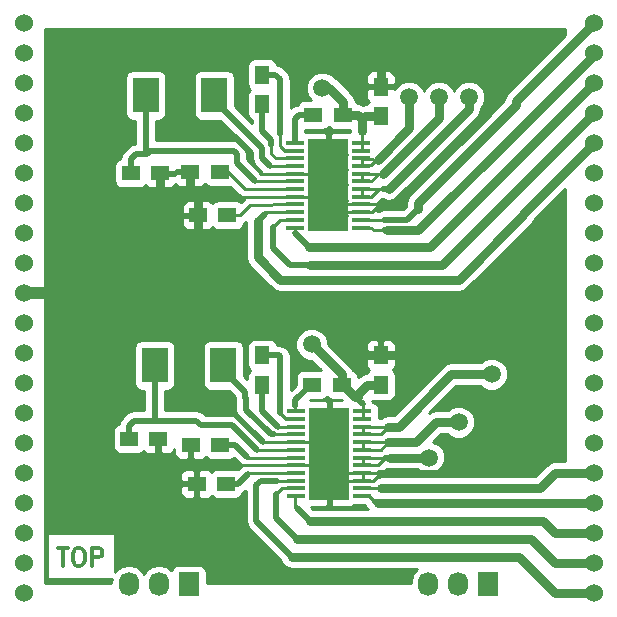
<source format=gtl>
G04 #@! TF.FileFunction,Copper,L1,Top,Signal*
%FSLAX46Y46*%
G04 Gerber Fmt 4.6, Leading zero omitted, Abs format (unit mm)*
G04 Created by KiCad (PCBNEW 4.0.2-stable) date Mon 01 Aug 2016 12:05:57 PM CEST*
%MOMM*%
G01*
G04 APERTURE LIST*
%ADD10C,0.100000*%
%ADD11C,0.300000*%
%ADD12R,1.500000X1.250000*%
%ADD13R,1.250000X1.500000*%
%ADD14R,2.200000X3.000000*%
%ADD15R,1.600000X0.300000*%
%ADD16R,3.400000X7.800000*%
%ADD17C,1.524000*%
%ADD18R,1.727200X2.032000*%
%ADD19O,1.727200X2.032000*%
%ADD20C,0.800000*%
%ADD21C,1.500000*%
%ADD22C,0.260000*%
%ADD23C,1.000000*%
%ADD24C,0.500000*%
%ADD25C,0.750000*%
%ADD26C,0.254000*%
G04 APERTURE END LIST*
D10*
D11*
X125434714Y-127233571D02*
X126291857Y-127233571D01*
X125863286Y-128733571D02*
X125863286Y-127233571D01*
X127077571Y-127233571D02*
X127363285Y-127233571D01*
X127506143Y-127305000D01*
X127649000Y-127447857D01*
X127720428Y-127733571D01*
X127720428Y-128233571D01*
X127649000Y-128519286D01*
X127506143Y-128662143D01*
X127363285Y-128733571D01*
X127077571Y-128733571D01*
X126934714Y-128662143D01*
X126791857Y-128519286D01*
X126720428Y-128233571D01*
X126720428Y-127733571D01*
X126791857Y-127447857D01*
X126934714Y-127305000D01*
X127077571Y-127233571D01*
X128363286Y-128733571D02*
X128363286Y-127233571D01*
X128934714Y-127233571D01*
X129077572Y-127305000D01*
X129149000Y-127376429D01*
X129220429Y-127519286D01*
X129220429Y-127733571D01*
X129149000Y-127876429D01*
X129077572Y-127947857D01*
X128934714Y-128019286D01*
X128363286Y-128019286D01*
D12*
X149586000Y-90551000D03*
X147086000Y-90551000D03*
D13*
X152781000Y-90678000D03*
X152781000Y-88178000D03*
X142748000Y-89662000D03*
X142748000Y-87162000D03*
D12*
X134112000Y-95504000D03*
X131612000Y-95504000D03*
X139152000Y-95377000D03*
X136652000Y-95377000D03*
X139807000Y-99060000D03*
X137307000Y-99060000D03*
X149479000Y-113411000D03*
X146979000Y-113411000D03*
D13*
X152781000Y-113411000D03*
X152781000Y-110911000D03*
X142748000Y-113411000D03*
X142748000Y-110911000D03*
D12*
X133965000Y-117983000D03*
X131465000Y-117983000D03*
X139192000Y-118491000D03*
X136692000Y-118491000D03*
X139700000Y-121793000D03*
X137200000Y-121793000D03*
D14*
X138684000Y-88900000D03*
X132884000Y-88900000D03*
X139446000Y-111760000D03*
X133646000Y-111760000D03*
D15*
X145607000Y-115667000D03*
X151207000Y-122817000D03*
X145607000Y-116317000D03*
X145607000Y-116967000D03*
X145607000Y-117617000D03*
X145607000Y-118267000D03*
X145607000Y-118917000D03*
X145607000Y-119567000D03*
X145607000Y-120217000D03*
X145607000Y-120867000D03*
X145607000Y-121517000D03*
X145607000Y-122167000D03*
X145607000Y-122817000D03*
X151207000Y-122167000D03*
X151207000Y-121517000D03*
X151207000Y-120867000D03*
X151207000Y-120217000D03*
X151207000Y-119567000D03*
X151207000Y-118917000D03*
X151207000Y-118267000D03*
X151207000Y-117617000D03*
X151207000Y-116967000D03*
X151207000Y-116317000D03*
X151207000Y-115667000D03*
D16*
X148407000Y-119242000D03*
D15*
X145536000Y-92945000D03*
X151136000Y-100095000D03*
X145536000Y-93595000D03*
X145536000Y-94245000D03*
X145536000Y-94895000D03*
X145536000Y-95545000D03*
X145536000Y-96195000D03*
X145536000Y-96845000D03*
X145536000Y-97495000D03*
X145536000Y-98145000D03*
X145536000Y-98795000D03*
X145536000Y-99445000D03*
X145536000Y-100095000D03*
X151136000Y-99445000D03*
X151136000Y-98795000D03*
X151136000Y-98145000D03*
X151136000Y-97495000D03*
X151136000Y-96845000D03*
X151136000Y-96195000D03*
X151136000Y-95545000D03*
X151136000Y-94895000D03*
X151136000Y-94245000D03*
X151136000Y-93595000D03*
X151136000Y-92945000D03*
D16*
X148336000Y-96520000D03*
D17*
X122555000Y-82804000D03*
X122555000Y-85344000D03*
X122555000Y-87884000D03*
X122555000Y-90424000D03*
X122555000Y-92964000D03*
X122555000Y-95504000D03*
X122555000Y-98044000D03*
X122555000Y-100584000D03*
X122555000Y-103124000D03*
X122555000Y-105664000D03*
X122555000Y-108204000D03*
X122555000Y-110744000D03*
X122555000Y-113284000D03*
X122555000Y-115824000D03*
X122555000Y-118364000D03*
X122555000Y-120904000D03*
X122555000Y-123444000D03*
X122555000Y-125984000D03*
X122555000Y-128524000D03*
X122555000Y-131064000D03*
X170815000Y-131064000D03*
X170815000Y-128524000D03*
X170815000Y-125984000D03*
X170815000Y-123444000D03*
X170815000Y-120904000D03*
X170815000Y-118364000D03*
X170815000Y-115824000D03*
X170815000Y-113284000D03*
X170815000Y-110744000D03*
X170815000Y-108204000D03*
X170815000Y-105664000D03*
X170815000Y-103124000D03*
X170815000Y-100584000D03*
X170815000Y-98044000D03*
X170815000Y-95504000D03*
X170815000Y-92964000D03*
X170815000Y-90424000D03*
X170815000Y-87884000D03*
X170815000Y-85344000D03*
X170815000Y-82804000D03*
D18*
X136539000Y-130305000D03*
D19*
X133999000Y-130305000D03*
X131459000Y-130305000D03*
D18*
X161899000Y-130305000D03*
D19*
X159359000Y-130305000D03*
X156819000Y-130305000D03*
D20*
X149639000Y-99120000D03*
X148336000Y-99120000D03*
X147039000Y-99125000D03*
X149639000Y-97820000D03*
X148336000Y-97820000D03*
X147039000Y-97825000D03*
X147039000Y-93925000D03*
X148336000Y-93920000D03*
X149639000Y-93920000D03*
X147039000Y-95225000D03*
X148336000Y-95220000D03*
X149639000Y-95220000D03*
X147039000Y-96525000D03*
X149639000Y-96520000D03*
X147099000Y-121855000D03*
X148407000Y-121842000D03*
X149699000Y-121855000D03*
X147099000Y-120555000D03*
X148407000Y-120542000D03*
X149699000Y-120555000D03*
X147099000Y-116655000D03*
X148407000Y-116642000D03*
X149699000Y-116655000D03*
X147099000Y-117955000D03*
X148407000Y-117942000D03*
X149699000Y-117955000D03*
X147099000Y-119255000D03*
X149699000Y-119255000D03*
X148336000Y-96520000D03*
X148407000Y-119242000D03*
D21*
X128778000Y-105664000D03*
X147828000Y-88265000D03*
X146939000Y-109982000D03*
X160274000Y-89027000D03*
X157734000Y-89027000D03*
X155194000Y-89027001D03*
X162179000Y-112522000D03*
X159385000Y-116586000D03*
X156845000Y-119567000D03*
D22*
X151207000Y-121517000D02*
X149461000Y-121517000D01*
X149461000Y-121517000D02*
X148407000Y-120463000D01*
X148407000Y-120463000D02*
X148407000Y-119242000D01*
X151207000Y-120867000D02*
X150032000Y-120867000D01*
X150032000Y-120867000D02*
X148407000Y-119242000D01*
X145607000Y-120217000D02*
X147432000Y-120217000D01*
X147432000Y-120217000D02*
X148407000Y-119242000D01*
X145607000Y-118267000D02*
X147432000Y-118267000D01*
X147432000Y-118267000D02*
X148407000Y-119242000D01*
X145536000Y-95545000D02*
X147361000Y-95545000D01*
X147361000Y-95545000D02*
X148336000Y-96520000D01*
X151136000Y-98795000D02*
X149339000Y-98795000D01*
X149339000Y-98795000D02*
X148336000Y-97792000D01*
X148336000Y-97792000D02*
X148336000Y-96520000D01*
X151136000Y-98145000D02*
X149961000Y-98145000D01*
X149961000Y-98145000D02*
X148336000Y-96520000D01*
X145536000Y-97495000D02*
X147361000Y-97495000D01*
X147361000Y-97495000D02*
X148336000Y-96520000D01*
D23*
X122555000Y-105664000D02*
X126540000Y-105664000D01*
D22*
X151186000Y-98795000D02*
X152030000Y-98795000D01*
X152030000Y-98795000D02*
X152105001Y-98719999D01*
X151186000Y-98145000D02*
X152628000Y-98145000D01*
X152628000Y-98145000D02*
X152654000Y-98171000D01*
D24*
X161863999Y-88203999D02*
X159385000Y-85725000D01*
D25*
X161863999Y-90358001D02*
X161863999Y-88203999D01*
X154940000Y-97282000D02*
X161863999Y-90358001D01*
D24*
X137200000Y-121793000D02*
X137200000Y-120668000D01*
X137200000Y-120668000D02*
X136749000Y-120217000D01*
X136749000Y-120217000D02*
X136652000Y-120217000D01*
X140843000Y-120217000D02*
X137795000Y-120217000D01*
X137795000Y-120217000D02*
X137160000Y-120217000D01*
D25*
X136652000Y-120217000D02*
X137160000Y-120217000D01*
X133604000Y-120217000D02*
X136652000Y-120217000D01*
D24*
X136652000Y-120217000D02*
X136692000Y-120177000D01*
X136692000Y-120177000D02*
X136692000Y-118491000D01*
D25*
X133604000Y-120217000D02*
X134187000Y-120217000D01*
X129488000Y-120217000D02*
X133604000Y-120217000D01*
X164465000Y-114935000D02*
X164465000Y-111887000D01*
D24*
X163576000Y-110998000D02*
X164211000Y-111633000D01*
X164211000Y-111633000D02*
X164465000Y-111887000D01*
D25*
X163362000Y-110911000D02*
X163489000Y-110911000D01*
X163489000Y-110911000D02*
X164211000Y-111633000D01*
X152781000Y-110911000D02*
X163362000Y-110911000D01*
X151656000Y-110911000D02*
X152781000Y-110911000D01*
X148695000Y-107950000D02*
X151656000Y-110911000D01*
X137327000Y-107950000D02*
X148695000Y-107950000D01*
D22*
X140462000Y-97409000D02*
X140548000Y-97495000D01*
X140548000Y-97495000D02*
X145486000Y-97495000D01*
D24*
X137160000Y-97368000D02*
X140462000Y-97368000D01*
D25*
X134112000Y-97368000D02*
X136652000Y-97368000D01*
X136652000Y-97368000D02*
X137160000Y-97368000D01*
X136652000Y-95377000D02*
X136652000Y-97368000D01*
X137160000Y-97368000D02*
X137307000Y-97515000D01*
X137307000Y-99060000D02*
X137307000Y-97515000D01*
X137307000Y-97515000D02*
X137287000Y-97495000D01*
X134112000Y-97368000D02*
X134112000Y-95504000D01*
X129413000Y-102067000D02*
X134112000Y-97368000D01*
X137307000Y-99060000D02*
X137307000Y-107930000D01*
D24*
X164465000Y-114935000D02*
X158533000Y-120867000D01*
X158533000Y-120867000D02*
X153961000Y-120867000D01*
X153961000Y-120867000D02*
X152661000Y-120867000D01*
D22*
X141605000Y-94232590D02*
X141605000Y-94488000D01*
X141605000Y-94488000D02*
X142662000Y-95545000D01*
X142662000Y-95545000D02*
X145486000Y-95545000D01*
D25*
X135763000Y-85725000D02*
X137033000Y-84455000D01*
X137033000Y-84455000D02*
X151511000Y-84455000D01*
X151511000Y-84455000D02*
X152781000Y-85725000D01*
D24*
X140081000Y-92329000D02*
X140335000Y-92329000D01*
D25*
X135763000Y-92329000D02*
X140081000Y-92329000D01*
X129921000Y-85725000D02*
X135763000Y-85725000D01*
X135763000Y-92329000D02*
X135763000Y-85725000D01*
X152781000Y-85725000D02*
X152781000Y-88178000D01*
D24*
X159385000Y-85725000D02*
X153035000Y-85725000D01*
D25*
X152781000Y-85725000D02*
X159385000Y-85725000D01*
D24*
X153035000Y-85725000D02*
X152781000Y-85979000D01*
D25*
X128778000Y-102616000D02*
X128778000Y-86868000D01*
X128778000Y-86868000D02*
X129921000Y-85725000D01*
X129413000Y-102067000D02*
X128778000Y-102702000D01*
X128778000Y-102702000D02*
X128778000Y-105664000D01*
D24*
X138176000Y-114681000D02*
X136525000Y-113030000D01*
X136525000Y-113030000D02*
X136525000Y-108752000D01*
X136525000Y-108752000D02*
X137327000Y-107950000D01*
X137327000Y-107950000D02*
X137307000Y-107930000D01*
X137307000Y-107930000D02*
X137287000Y-107950000D01*
D22*
X152654000Y-98171000D02*
X152781000Y-98171000D01*
X152781000Y-98171000D02*
X152731999Y-98220001D01*
X152654000Y-98171000D02*
X152105001Y-98719999D01*
D24*
X154051000Y-98171000D02*
X152654000Y-98171000D01*
D25*
X154305000Y-97917000D02*
X154051000Y-98171000D01*
X154940000Y-97282000D02*
X154305000Y-97917000D01*
X128778000Y-119507000D02*
X129488000Y-120217000D01*
X128778000Y-105664000D02*
X128778000Y-119507000D01*
D24*
X163362000Y-110911000D02*
X163449000Y-110998000D01*
D22*
X151257000Y-121517000D02*
X152168000Y-121517000D01*
X152168000Y-121517000D02*
X152661000Y-121024000D01*
X152661000Y-121024000D02*
X152661000Y-120867000D01*
X151257000Y-120867000D02*
X151257000Y-121517000D01*
X151257000Y-120867000D02*
X152661000Y-120867000D01*
X154940000Y-97282000D02*
X155194000Y-97028000D01*
D24*
X138176000Y-114681000D02*
X139192000Y-114681000D01*
D22*
X145557000Y-118267000D02*
X142778000Y-118267000D01*
D24*
X142778000Y-118267000D02*
X139192000Y-114681000D01*
D22*
X139192000Y-114681000D02*
X138303000Y-114681000D01*
D24*
X138176000Y-114681000D02*
X138303000Y-114681000D01*
X140335000Y-92329000D02*
X141605000Y-93599000D01*
X141605000Y-93599000D02*
X141605000Y-94232590D01*
D22*
X134239000Y-97495000D02*
X134071000Y-97495000D01*
X134112000Y-97368000D02*
X134239000Y-97495000D01*
X137287000Y-97495000D02*
X137160000Y-97495000D01*
X137160000Y-97495000D02*
X137033000Y-97495000D01*
X137307000Y-99060000D02*
X137307000Y-98185000D01*
D24*
X133965000Y-119995000D02*
X134187000Y-120217000D01*
X133965000Y-117983000D02*
X133965000Y-119995000D01*
D22*
X145557000Y-120217000D02*
X140843000Y-120217000D01*
D24*
X145486000Y-91948000D02*
X145486000Y-92744999D01*
D22*
X145486000Y-92945000D02*
X145486000Y-91948000D01*
D24*
X147086000Y-90551000D02*
X145836000Y-90551000D01*
X145836000Y-90551000D02*
X145486000Y-90901000D01*
X145486000Y-90901000D02*
X145486000Y-91948000D01*
D22*
X144145000Y-94244990D02*
X144653000Y-94244990D01*
X143901990Y-94244990D02*
X144145000Y-94244990D01*
X144145000Y-94244990D02*
X144145010Y-94245000D01*
X144145010Y-94245000D02*
X145486000Y-94245000D01*
X143496990Y-93091000D02*
X143496990Y-93839990D01*
X143496990Y-93839990D02*
X143901990Y-94244990D01*
D24*
X143496990Y-92699796D02*
X143496990Y-93091000D01*
X142748000Y-89662000D02*
X142748000Y-91950806D01*
X142748000Y-91950806D02*
X143496990Y-92699796D01*
X144272000Y-87561000D02*
X144272000Y-88958000D01*
D22*
X144272000Y-93181000D02*
X144272000Y-92202000D01*
D24*
X144272000Y-88958000D02*
X144272000Y-92202000D01*
X142748000Y-87162000D02*
X143873000Y-87162000D01*
X143873000Y-87162000D02*
X144272000Y-87561000D01*
X144272000Y-88958000D02*
X144272000Y-89154000D01*
D22*
X145486000Y-93595000D02*
X144686000Y-93595000D01*
X144686000Y-93595000D02*
X144272000Y-93181000D01*
X145486000Y-96845000D02*
X141295000Y-96845000D01*
X141295000Y-96845000D02*
X139827000Y-95377000D01*
X139827000Y-95377000D02*
X139152000Y-95377000D01*
X138684000Y-88900000D02*
X138684000Y-89300000D01*
D24*
X138684000Y-89300000D02*
X142748000Y-93364000D01*
X142748000Y-93364000D02*
X142748000Y-94234000D01*
X142748000Y-94234000D02*
X143409000Y-94895000D01*
D22*
X143409000Y-94895000D02*
X145486000Y-94895000D01*
X138684000Y-89408000D02*
X138684000Y-88900000D01*
D25*
X170815000Y-92964000D02*
X164846000Y-98933000D01*
X164846000Y-98933000D02*
X164846000Y-99060000D01*
D24*
X170815000Y-92964000D02*
X170815000Y-93091000D01*
D25*
X159385000Y-104521000D02*
X164346001Y-99559999D01*
X144272000Y-104521000D02*
X159385000Y-104521000D01*
X164346001Y-99559999D02*
X164846000Y-99060000D01*
X142367000Y-99568000D02*
X142367000Y-102616000D01*
D24*
X143002000Y-98933000D02*
X142367000Y-99568000D01*
D25*
X142367000Y-102616000D02*
X144272000Y-104521000D01*
D22*
X145486000Y-98795000D02*
X143140000Y-98795000D01*
X143140000Y-98795000D02*
X143002000Y-98933000D01*
D24*
X143637000Y-100076000D02*
X143637000Y-101793000D01*
X143637000Y-101793000D02*
X145095000Y-103251000D01*
X145095000Y-103251000D02*
X146812000Y-103251000D01*
D25*
X164718996Y-96520000D02*
X170814996Y-90424000D01*
X170814996Y-90424000D02*
X170815000Y-90424000D01*
X164218997Y-97019999D02*
X164718996Y-96520000D01*
X157987996Y-103251000D02*
X164218997Y-97019999D01*
X146812000Y-103251000D02*
X157987996Y-103251000D01*
D22*
X145486000Y-99445000D02*
X144268000Y-99445000D01*
X144268000Y-99445000D02*
X143637000Y-100076000D01*
X151257000Y-115667000D02*
X151257000Y-115064000D01*
X151186000Y-92945000D02*
X151186000Y-91948000D01*
D25*
X151186000Y-90901000D02*
X151409000Y-90678000D01*
X151409000Y-90678000D02*
X152781000Y-90678000D01*
D24*
X151257000Y-115064000D02*
X150620000Y-114427000D01*
D25*
X147955000Y-110998000D02*
X146939000Y-109982000D01*
X149479000Y-113411000D02*
X149479000Y-112522000D01*
X149479000Y-112522000D02*
X147955000Y-110998000D01*
D24*
X148425000Y-88265000D02*
X147828000Y-88265000D01*
D25*
X149586000Y-90551000D02*
X149586000Y-89426000D01*
X149586000Y-89426000D02*
X148425000Y-88265000D01*
D22*
X151186000Y-93595000D02*
X151186000Y-92945000D01*
X149479000Y-113411000D02*
X149479000Y-112536000D01*
X151257000Y-116317000D02*
X151257000Y-115667000D01*
X150874000Y-114681000D02*
X150620000Y-114427000D01*
D24*
X149479000Y-113411000D02*
X149604000Y-113411000D01*
D25*
X149604000Y-113411000D02*
X150620000Y-114427000D01*
X152781000Y-113411000D02*
X151656000Y-113411000D01*
X151656000Y-113411000D02*
X150874000Y-114193000D01*
X150874000Y-114193000D02*
X150874000Y-114443000D01*
D22*
X151257000Y-115064000D02*
X150874000Y-114681000D01*
X150874000Y-114443000D02*
X150874000Y-114681000D01*
D25*
X149586000Y-90551000D02*
X150836000Y-90551000D01*
X150836000Y-90551000D02*
X151186000Y-90901000D01*
X151186000Y-90901000D02*
X151186000Y-91948000D01*
D22*
X145486000Y-96195000D02*
X142169000Y-96195000D01*
D24*
X142169000Y-96195000D02*
X140589000Y-94615000D01*
X140589000Y-94615000D02*
X140589000Y-93853000D01*
X140589000Y-93853000D02*
X140335000Y-93599000D01*
X140335000Y-93599000D02*
X133223000Y-93599000D01*
X133223000Y-93599000D02*
X132969000Y-93853000D01*
X131612000Y-94321000D02*
X131612000Y-95504000D01*
X132080000Y-93853000D02*
X131612000Y-94321000D01*
X132080000Y-93853000D02*
X132969000Y-93853000D01*
X132969000Y-93853000D02*
X132884000Y-93768000D01*
X132884000Y-93768000D02*
X132884000Y-88900000D01*
D22*
X139807000Y-99060000D02*
X140855337Y-99060000D01*
X140855337Y-99060000D02*
X141732000Y-98183337D01*
X145486000Y-98145000D02*
X141732000Y-98183337D01*
D24*
X139807000Y-99060000D02*
X139807000Y-98927000D01*
D22*
X145557000Y-115667000D02*
X145557000Y-115189000D01*
D24*
X145557000Y-114708000D02*
X145557000Y-115189000D01*
X146979000Y-113411000D02*
X146854000Y-113411000D01*
X146854000Y-113411000D02*
X145557000Y-114708000D01*
X142748000Y-115661000D02*
X142748000Y-114935000D01*
X142748000Y-114935000D02*
X142748000Y-114661000D01*
X142748000Y-113411000D02*
X142748000Y-114411000D01*
X142748000Y-114411000D02*
X142748000Y-114935000D01*
D22*
X145557000Y-116967000D02*
X144054000Y-116967000D01*
D24*
X144054000Y-116967000D02*
X142748000Y-115661000D01*
X144272000Y-115832000D02*
X144272000Y-110998000D01*
X144272000Y-110998000D02*
X144185000Y-110911000D01*
X144185000Y-110911000D02*
X142748000Y-110911000D01*
D22*
X145557000Y-116317000D02*
X144757000Y-116317000D01*
X144757000Y-116317000D02*
X144272000Y-115832000D01*
D24*
X133604000Y-116459000D02*
X133646000Y-116417000D01*
X133646000Y-116417000D02*
X133646000Y-111760000D01*
X131465000Y-117983000D02*
X131465000Y-116858000D01*
X131864000Y-116459000D02*
X133114000Y-116459000D01*
X131465000Y-116858000D02*
X131864000Y-116459000D01*
X133604000Y-116459000D02*
X133114000Y-116459000D01*
X137541000Y-116840000D02*
X140208000Y-116840000D01*
X140208000Y-116840000D02*
X140335000Y-116967000D01*
X137160000Y-116459000D02*
X137541000Y-116840000D01*
X133731000Y-116459000D02*
X137160000Y-116459000D01*
D22*
X133731000Y-116459000D02*
X133604000Y-116459000D01*
D24*
X133646000Y-111760000D02*
X133646000Y-116374000D01*
X133646000Y-116374000D02*
X133731000Y-116459000D01*
D22*
X145557000Y-118917000D02*
X142285000Y-118917000D01*
D24*
X142285000Y-118917000D02*
X140335000Y-116967000D01*
D22*
X133604000Y-116459000D02*
X133519000Y-116374000D01*
X145557000Y-119567000D02*
X141518000Y-119567000D01*
X141518000Y-119567000D02*
X141458000Y-119507000D01*
D24*
X139192000Y-118491000D02*
X140442000Y-118491000D01*
X140442000Y-118491000D02*
X141458000Y-119507000D01*
X141458000Y-119507000D02*
X141478000Y-119507000D01*
D22*
X145557000Y-120867000D02*
X141622000Y-120867000D01*
X141622000Y-120867000D02*
X141515000Y-120974000D01*
D24*
X141515000Y-120974000D02*
X140696000Y-121793000D01*
X140696000Y-121793000D02*
X139700000Y-121793000D01*
X143743998Y-117617000D02*
X143461000Y-117617000D01*
X141351000Y-115507000D02*
X141351000Y-114554000D01*
X143461000Y-117617000D02*
X141351000Y-115507000D01*
X141351000Y-114554000D02*
X141332000Y-114535000D01*
X141332000Y-114535000D02*
X141332000Y-114046000D01*
X141332000Y-114046000D02*
X139446000Y-112160000D01*
D22*
X145557000Y-117617000D02*
X143743998Y-117617000D01*
X139446000Y-112160000D02*
X139446000Y-111760000D01*
D25*
X170815000Y-131064000D02*
X167513000Y-131064000D01*
X167513000Y-131064000D02*
X167259000Y-130810000D01*
X164465000Y-128016000D02*
X166759001Y-130310001D01*
X166759001Y-130310001D02*
X167259000Y-130810000D01*
X145288000Y-128016000D02*
X164465000Y-128016000D01*
D24*
X145288000Y-128016000D02*
X142240000Y-124968000D01*
X142240000Y-121920000D02*
X142643000Y-121517000D01*
X142240000Y-124968000D02*
X142240000Y-121920000D01*
X142643000Y-121517000D02*
X144018000Y-121517000D01*
D22*
X145557000Y-121517000D02*
X144018000Y-121517000D01*
D25*
X170815000Y-128524000D02*
X167513000Y-128524000D01*
X167513000Y-128524000D02*
X167259000Y-128270000D01*
X165481000Y-126492000D02*
X166759001Y-127770001D01*
X145669000Y-126492000D02*
X165481000Y-126492000D01*
X166759001Y-127770001D02*
X167259000Y-128270000D01*
D22*
X143891000Y-122682000D02*
X144406000Y-122167000D01*
X144406000Y-122167000D02*
X145557000Y-122167000D01*
D24*
X143891000Y-122682000D02*
X143891000Y-124714000D01*
X143891000Y-124714000D02*
X145669000Y-126492000D01*
D25*
X170815000Y-125984000D02*
X167513000Y-125984000D01*
X167513000Y-125984000D02*
X167259000Y-125730000D01*
X166759001Y-125230001D02*
X167259000Y-125730000D01*
X166497000Y-124968000D02*
X166759001Y-125230001D01*
X146812000Y-124968000D02*
X166497000Y-124968000D01*
D24*
X146812000Y-124968000D02*
X145669000Y-123825000D01*
D22*
X145557000Y-122817000D02*
X145557000Y-123713000D01*
X145557000Y-123713000D02*
X145669000Y-123825000D01*
D25*
X152527000Y-123444000D02*
X167513004Y-123444000D01*
X167513004Y-123444000D02*
X170815000Y-123444000D01*
D22*
X151257000Y-122817000D02*
X151773000Y-122817000D01*
X151773000Y-122817000D02*
X152273000Y-123317000D01*
D24*
X152273000Y-123317000D02*
X152400000Y-123317000D01*
X152400000Y-123317000D02*
X152527000Y-123444000D01*
D22*
X151257000Y-122817000D02*
X151607000Y-122817000D01*
D24*
X170688000Y-123698000D02*
X170942000Y-123444000D01*
X170942000Y-123444000D02*
X170815000Y-123444000D01*
D25*
X152781000Y-122167000D02*
X166250000Y-122167000D01*
X166250000Y-122167000D02*
X167513000Y-120904000D01*
X167513000Y-120904000D02*
X170815000Y-120904000D01*
D22*
X151257000Y-122167000D02*
X152781000Y-122167000D01*
D25*
X164719000Y-93980002D02*
X170053001Y-88645999D01*
X170053001Y-88645999D02*
X170815000Y-87884000D01*
X164219001Y-94480001D02*
X164719000Y-93980002D01*
X146668000Y-101727000D02*
X156972002Y-101727000D01*
D24*
X145486000Y-100545000D02*
X146668000Y-101727000D01*
D25*
X156972002Y-101727000D02*
X164219001Y-94480001D01*
D22*
X145486000Y-100095000D02*
X145486000Y-100545000D01*
D25*
X164719000Y-91567000D02*
X170815000Y-85471000D01*
X170815000Y-85471000D02*
X170815000Y-85344000D01*
X164219001Y-92066999D02*
X164719000Y-91567000D01*
X155956000Y-100330000D02*
X164219001Y-92066999D01*
X153289000Y-100330000D02*
X155956000Y-100330000D01*
D24*
X153035000Y-100330000D02*
X153289000Y-100330000D01*
D22*
X151986000Y-100095000D02*
X152221000Y-100330000D01*
X151186000Y-100095000D02*
X151986000Y-100095000D01*
X152221000Y-100330000D02*
X153289000Y-100330000D01*
D25*
X164719000Y-88900000D02*
X165468999Y-88150001D01*
X165468999Y-88150001D02*
X170815000Y-82804000D01*
X155899000Y-98055000D02*
X164219001Y-89734999D01*
X164219001Y-89734999D02*
X164219001Y-89399999D01*
X155899000Y-98555000D02*
X155899000Y-98055000D01*
D24*
X155009000Y-99445000D02*
X155899000Y-98555000D01*
X154174000Y-99445000D02*
X155009000Y-99445000D01*
D25*
X164219001Y-89399999D02*
X164719000Y-88900000D01*
D24*
X153035000Y-99445000D02*
X154174000Y-99445000D01*
D22*
X151186000Y-99445000D02*
X153035000Y-99445000D01*
D24*
X152964000Y-96845000D02*
X153472000Y-96845000D01*
D25*
X153472000Y-96845000D02*
X160274000Y-90043000D01*
X160274000Y-90043000D02*
X160274000Y-89027000D01*
D22*
X151186000Y-96845000D02*
X151186000Y-97495000D01*
X151186000Y-97495000D02*
X151986000Y-97495000D01*
X151986000Y-97495000D02*
X152636000Y-96845000D01*
X152636000Y-96845000D02*
X152964000Y-96845000D01*
X151186000Y-96845000D02*
X152964000Y-96845000D01*
D25*
X157734000Y-89027000D02*
X157734000Y-90805000D01*
X157734000Y-90805000D02*
X152994000Y-95545000D01*
D24*
X152994000Y-95545000D02*
X152867000Y-95545000D01*
D22*
X151186000Y-96195000D02*
X151186000Y-95545000D01*
X151186000Y-96195000D02*
X151986000Y-96195000D01*
X151986000Y-96195000D02*
X152636000Y-95545000D01*
X152636000Y-95545000D02*
X152867000Y-95545000D01*
X151186000Y-95545000D02*
X152867000Y-95545000D01*
X152527000Y-94361000D02*
X152400000Y-94361000D01*
X152400000Y-94361000D02*
X151941001Y-94819999D01*
X151941001Y-94819999D02*
X151186000Y-94819999D01*
X152527000Y-94361000D02*
X152146000Y-94361000D01*
X152146000Y-94361000D02*
X152105001Y-94320001D01*
X152105001Y-94320001D02*
X151186000Y-94320001D01*
D25*
X155194000Y-91694000D02*
X152527000Y-94361000D01*
X155194000Y-91313000D02*
X155194000Y-91694000D01*
D24*
X155194000Y-91313000D02*
X155194000Y-91440000D01*
D25*
X155194000Y-89734107D02*
X155194000Y-89027001D01*
X155194000Y-90424000D02*
X155194000Y-89734107D01*
X155194000Y-91440000D02*
X155194000Y-91059000D01*
X155194000Y-91313000D02*
X155194000Y-90424000D01*
D24*
X155194000Y-90424000D02*
X155194000Y-88900000D01*
D22*
X155194000Y-90424000D02*
X155194000Y-89027000D01*
X151186000Y-94895000D02*
X151186000Y-94245000D01*
D25*
X158750000Y-112522000D02*
X162179000Y-112522000D01*
X154305000Y-116967000D02*
X158750000Y-112522000D01*
D22*
X152766000Y-117617000D02*
X153289000Y-117094000D01*
D25*
X154305000Y-116967000D02*
X153416000Y-116967000D01*
D24*
X153416000Y-116967000D02*
X153289000Y-117094000D01*
D22*
X151257000Y-116967000D02*
X153416000Y-116967000D01*
X151257000Y-117617000D02*
X152766000Y-117617000D01*
X151257000Y-116967000D02*
X151257000Y-117617000D01*
D25*
X155799000Y-118267000D02*
X153416000Y-118267000D01*
X159385000Y-116586000D02*
X157480000Y-116586000D01*
X157480000Y-116586000D02*
X155799000Y-118267000D01*
D22*
X151257000Y-118917000D02*
X151257000Y-118267000D01*
X151257000Y-118267000D02*
X153416000Y-118267000D01*
X151257000Y-118917000D02*
X152766000Y-118917000D01*
X152766000Y-118917000D02*
X153416000Y-118267000D01*
D24*
X153543000Y-119567000D02*
X153162000Y-119567000D01*
D22*
X153543000Y-119567000D02*
X157039000Y-119567000D01*
D25*
X156845000Y-119567000D02*
X153543000Y-119567000D01*
D22*
X151257000Y-119567000D02*
X151257000Y-120217000D01*
X151257000Y-119567000D02*
X153162000Y-119567000D01*
X151257000Y-120217000D02*
X152512000Y-120217000D01*
X152512000Y-120217000D02*
X153162000Y-119567000D01*
D26*
G36*
X168402000Y-83799958D02*
X163510480Y-88691478D01*
X163293274Y-89016550D01*
X163236876Y-89300082D01*
X155190479Y-97346479D01*
X154973273Y-97671551D01*
X154897000Y-98055000D01*
X154897000Y-98316734D01*
X154645734Y-98568000D01*
X153035000Y-98568000D01*
X152699387Y-98634758D01*
X152619704Y-98688000D01*
X152571000Y-98688000D01*
X152571000Y-98667998D01*
X152464252Y-98667998D01*
X152571000Y-98561250D01*
X152571000Y-98518690D01*
X152550832Y-98470000D01*
X152571000Y-98421310D01*
X152571000Y-98378750D01*
X152412250Y-98220000D01*
X152409026Y-98220000D01*
X152340260Y-98151234D01*
X152521280Y-98030280D01*
X152851865Y-97699695D01*
X152964000Y-97722000D01*
X153015627Y-97722000D01*
X153088552Y-97770727D01*
X153472000Y-97847000D01*
X153855448Y-97770727D01*
X154180521Y-97553521D01*
X160982521Y-90751521D01*
X161080771Y-90604479D01*
X161199727Y-90426449D01*
X161276000Y-90043000D01*
X161276000Y-89972422D01*
X161440683Y-89808026D01*
X161650760Y-89302104D01*
X161651238Y-88754299D01*
X161442044Y-88248011D01*
X161055026Y-87860317D01*
X160549104Y-87650240D01*
X160001299Y-87649762D01*
X159495011Y-87858956D01*
X159107317Y-88245974D01*
X159004005Y-88494776D01*
X158902044Y-88248011D01*
X158515026Y-87860317D01*
X158009104Y-87650240D01*
X157461299Y-87649762D01*
X156955011Y-87858956D01*
X156567317Y-88245974D01*
X156464005Y-88494776D01*
X156362044Y-88248012D01*
X155975026Y-87860318D01*
X155469104Y-87650241D01*
X154921299Y-87649763D01*
X154415011Y-87858957D01*
X154027317Y-88245975D01*
X153967436Y-88390186D01*
X153882250Y-88305000D01*
X152908000Y-88305000D01*
X152908000Y-88325000D01*
X152654000Y-88325000D01*
X152654000Y-88305000D01*
X151679750Y-88305000D01*
X151521000Y-88463750D01*
X151521000Y-89054309D01*
X151617673Y-89287698D01*
X151764695Y-89434721D01*
X151710247Y-89469757D01*
X151569326Y-89676000D01*
X151409000Y-89676000D01*
X151321435Y-89693418D01*
X151219449Y-89625273D01*
X150838849Y-89549567D01*
X150794243Y-89480247D01*
X150584717Y-89337083D01*
X150569709Y-89334044D01*
X150511727Y-89042551D01*
X150294521Y-88717479D01*
X149133521Y-87556479D01*
X148931917Y-87421772D01*
X148812046Y-87301691D01*
X151521000Y-87301691D01*
X151521000Y-87892250D01*
X151679750Y-88051000D01*
X152654000Y-88051000D01*
X152654000Y-86951750D01*
X152908000Y-86951750D01*
X152908000Y-88051000D01*
X153882250Y-88051000D01*
X154041000Y-87892250D01*
X154041000Y-87301691D01*
X153944327Y-87068302D01*
X153765699Y-86889673D01*
X153532310Y-86793000D01*
X153066750Y-86793000D01*
X152908000Y-86951750D01*
X152654000Y-86951750D01*
X152495250Y-86793000D01*
X152029690Y-86793000D01*
X151796301Y-86889673D01*
X151617673Y-87068302D01*
X151521000Y-87301691D01*
X148812046Y-87301691D01*
X148609026Y-87098317D01*
X148103104Y-86888240D01*
X147555299Y-86887762D01*
X147049011Y-87096956D01*
X146661317Y-87483974D01*
X146451240Y-87989896D01*
X146450762Y-88537701D01*
X146659956Y-89043989D01*
X146902261Y-89286717D01*
X146336000Y-89286717D01*
X146103648Y-89330437D01*
X145890247Y-89467757D01*
X145747083Y-89677283D01*
X145744044Y-89692291D01*
X145529339Y-89734999D01*
X145500387Y-89740758D01*
X145215867Y-89930867D01*
X145215865Y-89930870D01*
X145149000Y-89997735D01*
X145149000Y-87561000D01*
X145134084Y-87486011D01*
X145082242Y-87225386D01*
X144977282Y-87068302D01*
X144892133Y-86940867D01*
X144892130Y-86940865D01*
X144493133Y-86541867D01*
X144208613Y-86351758D01*
X143992873Y-86308844D01*
X143968563Y-86179648D01*
X143831243Y-85966247D01*
X143621717Y-85823083D01*
X143373000Y-85772717D01*
X142123000Y-85772717D01*
X141890648Y-85816437D01*
X141677247Y-85953757D01*
X141534083Y-86163283D01*
X141483717Y-86412000D01*
X141483717Y-87912000D01*
X141527437Y-88144352D01*
X141664757Y-88357753D01*
X141743174Y-88411334D01*
X141677247Y-88453757D01*
X141534083Y-88663283D01*
X141483717Y-88912000D01*
X141483717Y-90412000D01*
X141527437Y-90644352D01*
X141664757Y-90857753D01*
X141871000Y-90998674D01*
X141871000Y-91246734D01*
X140423283Y-89799017D01*
X140423283Y-87400000D01*
X140379563Y-87167648D01*
X140242243Y-86954247D01*
X140032717Y-86811083D01*
X139784000Y-86760717D01*
X137584000Y-86760717D01*
X137351648Y-86804437D01*
X137138247Y-86941757D01*
X136995083Y-87151283D01*
X136944717Y-87400000D01*
X136944717Y-90400000D01*
X136988437Y-90632352D01*
X137125757Y-90845753D01*
X137335283Y-90988917D01*
X137584000Y-91039283D01*
X139183017Y-91039283D01*
X141871000Y-93727266D01*
X141871000Y-94234000D01*
X141937758Y-94569613D01*
X142127867Y-94854133D01*
X142711734Y-95438000D01*
X142652265Y-95438000D01*
X141466000Y-94251734D01*
X141466000Y-93853000D01*
X141415476Y-93599000D01*
X141399242Y-93517386D01*
X141297509Y-93365132D01*
X141209133Y-93232867D01*
X141209130Y-93232865D01*
X140955133Y-92978867D01*
X140670613Y-92788758D01*
X140335000Y-92722000D01*
X133761000Y-92722000D01*
X133761000Y-91039283D01*
X133984000Y-91039283D01*
X134216352Y-90995563D01*
X134429753Y-90858243D01*
X134572917Y-90648717D01*
X134623283Y-90400000D01*
X134623283Y-87400000D01*
X134579563Y-87167648D01*
X134442243Y-86954247D01*
X134232717Y-86811083D01*
X133984000Y-86760717D01*
X131784000Y-86760717D01*
X131551648Y-86804437D01*
X131338247Y-86941757D01*
X131195083Y-87151283D01*
X131144717Y-87400000D01*
X131144717Y-90400000D01*
X131188437Y-90632352D01*
X131325757Y-90845753D01*
X131535283Y-90988917D01*
X131784000Y-91039283D01*
X132007000Y-91039283D01*
X132007000Y-92990520D01*
X131744387Y-93042758D01*
X131459867Y-93232867D01*
X130991867Y-93700867D01*
X130801758Y-93985387D01*
X130746859Y-94261382D01*
X130629648Y-94283437D01*
X130416247Y-94420757D01*
X130273083Y-94630283D01*
X130222717Y-94879000D01*
X130222717Y-96129000D01*
X130266437Y-96361352D01*
X130403757Y-96574753D01*
X130613283Y-96717917D01*
X130862000Y-96768283D01*
X132362000Y-96768283D01*
X132594352Y-96724563D01*
X132807753Y-96587243D01*
X132854216Y-96519242D01*
X133002302Y-96667327D01*
X133235691Y-96764000D01*
X133826250Y-96764000D01*
X133985000Y-96605250D01*
X133985000Y-95631000D01*
X134239000Y-95631000D01*
X134239000Y-96605250D01*
X134397750Y-96764000D01*
X134988309Y-96764000D01*
X135221698Y-96667327D01*
X135400327Y-96488699D01*
X135426789Y-96424815D01*
X135542302Y-96540327D01*
X135775691Y-96637000D01*
X136366250Y-96637000D01*
X136525000Y-96478250D01*
X136525000Y-95504000D01*
X135425750Y-95504000D01*
X135298750Y-95631000D01*
X134239000Y-95631000D01*
X133985000Y-95631000D01*
X133965000Y-95631000D01*
X133965000Y-95377000D01*
X133985000Y-95377000D01*
X133985000Y-95357000D01*
X134239000Y-95357000D01*
X134239000Y-95377000D01*
X135338250Y-95377000D01*
X135465250Y-95250000D01*
X136525000Y-95250000D01*
X136525000Y-95230000D01*
X136779000Y-95230000D01*
X136779000Y-95250000D01*
X136799000Y-95250000D01*
X136799000Y-95504000D01*
X136779000Y-95504000D01*
X136779000Y-96478250D01*
X136937750Y-96637000D01*
X137528309Y-96637000D01*
X137761698Y-96540327D01*
X137908721Y-96393305D01*
X137943757Y-96447753D01*
X138153283Y-96590917D01*
X138402000Y-96641283D01*
X139902000Y-96641283D01*
X140001922Y-96622481D01*
X140759718Y-97380277D01*
X140759720Y-97380280D01*
X140993905Y-97536757D01*
X141005309Y-97544377D01*
X141272381Y-97597502D01*
X141196720Y-97648057D01*
X140920361Y-97924416D01*
X140805717Y-97846083D01*
X140557000Y-97795717D01*
X139057000Y-97795717D01*
X138824648Y-97839437D01*
X138611247Y-97976757D01*
X138564784Y-98044758D01*
X138416698Y-97896673D01*
X138183309Y-97800000D01*
X137592750Y-97800000D01*
X137434000Y-97958750D01*
X137434000Y-98933000D01*
X137454000Y-98933000D01*
X137454000Y-99187000D01*
X137434000Y-99187000D01*
X137434000Y-100161250D01*
X137592750Y-100320000D01*
X138183309Y-100320000D01*
X138416698Y-100223327D01*
X138563721Y-100076305D01*
X138598757Y-100130753D01*
X138808283Y-100273917D01*
X139057000Y-100324283D01*
X140557000Y-100324283D01*
X140789352Y-100280563D01*
X141002753Y-100143243D01*
X141145917Y-99933717D01*
X141186885Y-99731410D01*
X141365000Y-99612397D01*
X141365000Y-102616000D01*
X141441273Y-102999449D01*
X141609354Y-103251000D01*
X141658479Y-103324521D01*
X143563479Y-105229521D01*
X143888551Y-105446727D01*
X144272000Y-105523000D01*
X159385000Y-105523000D01*
X159768449Y-105446727D01*
X160093521Y-105229521D01*
X165554521Y-99768521D01*
X165771727Y-99443449D01*
X165776478Y-99419564D01*
X168402000Y-96794042D01*
X168402000Y-119902000D01*
X167513000Y-119902000D01*
X167129551Y-119978273D01*
X166834764Y-120175243D01*
X166804479Y-120195479D01*
X165834958Y-121165000D01*
X152781000Y-121165000D01*
X152623615Y-121196306D01*
X152621832Y-121192000D01*
X152642000Y-121143310D01*
X152642000Y-121100750D01*
X152535252Y-120994002D01*
X152642000Y-120994002D01*
X152642000Y-120948142D01*
X152801692Y-120916377D01*
X153047280Y-120752280D01*
X153282397Y-120517163D01*
X153543000Y-120569000D01*
X155899578Y-120569000D01*
X156063974Y-120733683D01*
X156569896Y-120943760D01*
X157117701Y-120944238D01*
X157623989Y-120735044D01*
X158011683Y-120348026D01*
X158221760Y-119842104D01*
X158222238Y-119294299D01*
X158013044Y-118788011D01*
X157626026Y-118400317D01*
X157242132Y-118240910D01*
X157895042Y-117588000D01*
X158439578Y-117588000D01*
X158603974Y-117752683D01*
X159109896Y-117962760D01*
X159657701Y-117963238D01*
X160163989Y-117754044D01*
X160551683Y-117367026D01*
X160761760Y-116861104D01*
X160762238Y-116313299D01*
X160553044Y-115807011D01*
X160166026Y-115419317D01*
X159660104Y-115209240D01*
X159112299Y-115208762D01*
X158606011Y-115417956D01*
X158439677Y-115584000D01*
X157480000Y-115584000D01*
X157096551Y-115660273D01*
X156892279Y-115796763D01*
X159165042Y-113524000D01*
X161233578Y-113524000D01*
X161397974Y-113688683D01*
X161903896Y-113898760D01*
X162451701Y-113899238D01*
X162957989Y-113690044D01*
X163345683Y-113303026D01*
X163555760Y-112797104D01*
X163556238Y-112249299D01*
X163347044Y-111743011D01*
X162960026Y-111355317D01*
X162454104Y-111145240D01*
X161906299Y-111144762D01*
X161400011Y-111353956D01*
X161233677Y-111520000D01*
X158750000Y-111520000D01*
X158366551Y-111596273D01*
X158041479Y-111813479D01*
X153889958Y-115965000D01*
X153416000Y-115965000D01*
X153032551Y-116041273D01*
X152780033Y-116210000D01*
X152646283Y-116210000D01*
X152646283Y-116167000D01*
X152612146Y-115985576D01*
X152646283Y-115817000D01*
X152646283Y-115517000D01*
X152602563Y-115284648D01*
X152465243Y-115071247D01*
X152255717Y-114928083D01*
X152100721Y-114896696D01*
X152078418Y-114784572D01*
X152156000Y-114800283D01*
X153406000Y-114800283D01*
X153638352Y-114756563D01*
X153851753Y-114619243D01*
X153994917Y-114409717D01*
X154045283Y-114161000D01*
X154045283Y-112661000D01*
X154001563Y-112428648D01*
X153864243Y-112215247D01*
X153796242Y-112168784D01*
X153944327Y-112020698D01*
X154041000Y-111787309D01*
X154041000Y-111196750D01*
X153882250Y-111038000D01*
X152908000Y-111038000D01*
X152908000Y-111058000D01*
X152654000Y-111058000D01*
X152654000Y-111038000D01*
X151679750Y-111038000D01*
X151521000Y-111196750D01*
X151521000Y-111787309D01*
X151617673Y-112020698D01*
X151764695Y-112167721D01*
X151710247Y-112202757D01*
X151567083Y-112412283D01*
X151564044Y-112427291D01*
X151272551Y-112485273D01*
X151009557Y-112661000D01*
X150947479Y-112702479D01*
X150867598Y-112782360D01*
X150824563Y-112553648D01*
X150687243Y-112340247D01*
X150477717Y-112197083D01*
X150413795Y-112184139D01*
X150404727Y-112138551D01*
X150187521Y-111813479D01*
X148408733Y-110034691D01*
X151521000Y-110034691D01*
X151521000Y-110625250D01*
X151679750Y-110784000D01*
X152654000Y-110784000D01*
X152654000Y-109684750D01*
X152908000Y-109684750D01*
X152908000Y-110784000D01*
X153882250Y-110784000D01*
X154041000Y-110625250D01*
X154041000Y-110034691D01*
X153944327Y-109801302D01*
X153765699Y-109622673D01*
X153532310Y-109526000D01*
X153066750Y-109526000D01*
X152908000Y-109684750D01*
X152654000Y-109684750D01*
X152495250Y-109526000D01*
X152029690Y-109526000D01*
X151796301Y-109622673D01*
X151617673Y-109801302D01*
X151521000Y-110034691D01*
X148408733Y-110034691D01*
X148316035Y-109941993D01*
X148316238Y-109709299D01*
X148107044Y-109203011D01*
X147720026Y-108815317D01*
X147214104Y-108605240D01*
X146666299Y-108604762D01*
X146160011Y-108813956D01*
X145772317Y-109200974D01*
X145562240Y-109706896D01*
X145561762Y-110254701D01*
X145770956Y-110760989D01*
X146157974Y-111148683D01*
X146663896Y-111358760D01*
X146898923Y-111358965D01*
X147686675Y-112146717D01*
X146229000Y-112146717D01*
X145996648Y-112190437D01*
X145783247Y-112327757D01*
X145640083Y-112537283D01*
X145589717Y-112786000D01*
X145589717Y-113435017D01*
X145149000Y-113875734D01*
X145149000Y-110998005D01*
X145149001Y-110998000D01*
X145082242Y-110662387D01*
X144952974Y-110468923D01*
X144892133Y-110377867D01*
X144892130Y-110377865D01*
X144805133Y-110290867D01*
X144520613Y-110100758D01*
X144185000Y-110034000D01*
X143988386Y-110034000D01*
X143968563Y-109928648D01*
X143831243Y-109715247D01*
X143621717Y-109572083D01*
X143373000Y-109521717D01*
X142123000Y-109521717D01*
X141890648Y-109565437D01*
X141677247Y-109702757D01*
X141534083Y-109912283D01*
X141483717Y-110161000D01*
X141483717Y-111661000D01*
X141527437Y-111893352D01*
X141664757Y-112106753D01*
X141743174Y-112160334D01*
X141677247Y-112202757D01*
X141534083Y-112412283D01*
X141483717Y-112661000D01*
X141483717Y-112957452D01*
X141185283Y-112659018D01*
X141185283Y-110260000D01*
X141141563Y-110027648D01*
X141004243Y-109814247D01*
X140794717Y-109671083D01*
X140546000Y-109620717D01*
X138346000Y-109620717D01*
X138113648Y-109664437D01*
X137900247Y-109801757D01*
X137757083Y-110011283D01*
X137706717Y-110260000D01*
X137706717Y-113260000D01*
X137750437Y-113492352D01*
X137887757Y-113705753D01*
X138097283Y-113848917D01*
X138346000Y-113899283D01*
X139945018Y-113899283D01*
X140455000Y-114409265D01*
X140455000Y-114535000D01*
X140474000Y-114630519D01*
X140474000Y-115507000D01*
X140540758Y-115842613D01*
X140730867Y-116127133D01*
X140814475Y-116210741D01*
X140543613Y-116029758D01*
X140208000Y-115963000D01*
X137904266Y-115963000D01*
X137780133Y-115838867D01*
X137495613Y-115648758D01*
X137160000Y-115582000D01*
X134523000Y-115582000D01*
X134523000Y-113899283D01*
X134746000Y-113899283D01*
X134978352Y-113855563D01*
X135191753Y-113718243D01*
X135334917Y-113508717D01*
X135385283Y-113260000D01*
X135385283Y-110260000D01*
X135341563Y-110027648D01*
X135204243Y-109814247D01*
X134994717Y-109671083D01*
X134746000Y-109620717D01*
X132546000Y-109620717D01*
X132313648Y-109664437D01*
X132100247Y-109801757D01*
X131957083Y-110011283D01*
X131906717Y-110260000D01*
X131906717Y-113260000D01*
X131950437Y-113492352D01*
X132087757Y-113705753D01*
X132297283Y-113848917D01*
X132546000Y-113899283D01*
X132769000Y-113899283D01*
X132769000Y-115582000D01*
X131864000Y-115582000D01*
X131528386Y-115648758D01*
X131419899Y-115721247D01*
X131243867Y-115838867D01*
X131243865Y-115838870D01*
X130844867Y-116237867D01*
X130654758Y-116522387D01*
X130611844Y-116738127D01*
X130482648Y-116762437D01*
X130269247Y-116899757D01*
X130126083Y-117109283D01*
X130075717Y-117358000D01*
X130075717Y-118608000D01*
X130119437Y-118840352D01*
X130256757Y-119053753D01*
X130466283Y-119196917D01*
X130715000Y-119247283D01*
X132215000Y-119247283D01*
X132447352Y-119203563D01*
X132660753Y-119066243D01*
X132707216Y-118998242D01*
X132855302Y-119146327D01*
X133088691Y-119243000D01*
X133679250Y-119243000D01*
X133838000Y-119084250D01*
X133838000Y-118110000D01*
X133818000Y-118110000D01*
X133818000Y-117856000D01*
X133838000Y-117856000D01*
X133838000Y-117836000D01*
X134092000Y-117836000D01*
X134092000Y-117856000D01*
X134112000Y-117856000D01*
X134112000Y-118110000D01*
X134092000Y-118110000D01*
X134092000Y-119084250D01*
X134250750Y-119243000D01*
X134841309Y-119243000D01*
X135074698Y-119146327D01*
X135253327Y-118967699D01*
X135307000Y-118838121D01*
X135307000Y-119242310D01*
X135403673Y-119475699D01*
X135582302Y-119654327D01*
X135815691Y-119751000D01*
X136406250Y-119751000D01*
X136565000Y-119592250D01*
X136565000Y-118618000D01*
X136545000Y-118618000D01*
X136545000Y-118364000D01*
X136565000Y-118364000D01*
X136565000Y-118344000D01*
X136819000Y-118344000D01*
X136819000Y-118364000D01*
X136839000Y-118364000D01*
X136839000Y-118618000D01*
X136819000Y-118618000D01*
X136819000Y-119592250D01*
X136977750Y-119751000D01*
X137568309Y-119751000D01*
X137801698Y-119654327D01*
X137948721Y-119507305D01*
X137983757Y-119561753D01*
X138193283Y-119704917D01*
X138442000Y-119755283D01*
X139942000Y-119755283D01*
X140174352Y-119711563D01*
X140325218Y-119614484D01*
X140837867Y-120127133D01*
X141036034Y-120259543D01*
X140894867Y-120353867D01*
X140674546Y-120574188D01*
X140450000Y-120528717D01*
X138950000Y-120528717D01*
X138717648Y-120572437D01*
X138504247Y-120709757D01*
X138457784Y-120777758D01*
X138309698Y-120629673D01*
X138076309Y-120533000D01*
X137485750Y-120533000D01*
X137327000Y-120691750D01*
X137327000Y-121666000D01*
X137347000Y-121666000D01*
X137347000Y-121920000D01*
X137327000Y-121920000D01*
X137327000Y-122894250D01*
X137485750Y-123053000D01*
X138076309Y-123053000D01*
X138309698Y-122956327D01*
X138456721Y-122809305D01*
X138491757Y-122863753D01*
X138701283Y-123006917D01*
X138950000Y-123057283D01*
X140450000Y-123057283D01*
X140682352Y-123013563D01*
X140895753Y-122876243D01*
X141038917Y-122666717D01*
X141054925Y-122587665D01*
X141316133Y-122413133D01*
X141363000Y-122366266D01*
X141363000Y-124968000D01*
X141429758Y-125303613D01*
X141619867Y-125588133D01*
X144345162Y-128313428D01*
X144362273Y-128399449D01*
X144579479Y-128724521D01*
X144904551Y-128941727D01*
X145288000Y-129018000D01*
X155837421Y-129018000D01*
X155764987Y-129066399D01*
X155441865Y-129549984D01*
X155328400Y-130120412D01*
X155328400Y-130175000D01*
X138041883Y-130175000D01*
X138041883Y-129289000D01*
X137998163Y-129056648D01*
X137860843Y-128843247D01*
X137651317Y-128700083D01*
X137402600Y-128649717D01*
X135675400Y-128649717D01*
X135443048Y-128693437D01*
X135229647Y-128830757D01*
X135086483Y-129040283D01*
X135074640Y-129098766D01*
X135053013Y-129066399D01*
X134569428Y-128743277D01*
X133999000Y-128629812D01*
X133428572Y-128743277D01*
X132944987Y-129066399D01*
X132729000Y-129389646D01*
X132513013Y-129066399D01*
X132029428Y-128743277D01*
X131459000Y-128629812D01*
X130888572Y-128743277D01*
X130404987Y-129066399D01*
X130283143Y-129248751D01*
X130283143Y-125928000D01*
X124514857Y-125928000D01*
X124514857Y-129882000D01*
X130015823Y-129882000D01*
X129968400Y-130120412D01*
X129968400Y-130175000D01*
X124333000Y-130175000D01*
X124333000Y-122078750D01*
X135815000Y-122078750D01*
X135815000Y-122544310D01*
X135911673Y-122777699D01*
X136090302Y-122956327D01*
X136323691Y-123053000D01*
X136914250Y-123053000D01*
X137073000Y-122894250D01*
X137073000Y-121920000D01*
X135973750Y-121920000D01*
X135815000Y-122078750D01*
X124333000Y-122078750D01*
X124333000Y-121041690D01*
X135815000Y-121041690D01*
X135815000Y-121507250D01*
X135973750Y-121666000D01*
X137073000Y-121666000D01*
X137073000Y-120691750D01*
X136914250Y-120533000D01*
X136323691Y-120533000D01*
X136090302Y-120629673D01*
X135911673Y-120808301D01*
X135815000Y-121041690D01*
X124333000Y-121041690D01*
X124333000Y-99345750D01*
X135922000Y-99345750D01*
X135922000Y-99811310D01*
X136018673Y-100044699D01*
X136197302Y-100223327D01*
X136430691Y-100320000D01*
X137021250Y-100320000D01*
X137180000Y-100161250D01*
X137180000Y-99187000D01*
X136080750Y-99187000D01*
X135922000Y-99345750D01*
X124333000Y-99345750D01*
X124333000Y-98308690D01*
X135922000Y-98308690D01*
X135922000Y-98774250D01*
X136080750Y-98933000D01*
X137180000Y-98933000D01*
X137180000Y-97958750D01*
X137021250Y-97800000D01*
X136430691Y-97800000D01*
X136197302Y-97896673D01*
X136018673Y-98075301D01*
X135922000Y-98308690D01*
X124333000Y-98308690D01*
X124333000Y-83312000D01*
X168402000Y-83312000D01*
X168402000Y-83799958D01*
X168402000Y-83799958D01*
G37*
X168402000Y-83799958D02*
X163510480Y-88691478D01*
X163293274Y-89016550D01*
X163236876Y-89300082D01*
X155190479Y-97346479D01*
X154973273Y-97671551D01*
X154897000Y-98055000D01*
X154897000Y-98316734D01*
X154645734Y-98568000D01*
X153035000Y-98568000D01*
X152699387Y-98634758D01*
X152619704Y-98688000D01*
X152571000Y-98688000D01*
X152571000Y-98667998D01*
X152464252Y-98667998D01*
X152571000Y-98561250D01*
X152571000Y-98518690D01*
X152550832Y-98470000D01*
X152571000Y-98421310D01*
X152571000Y-98378750D01*
X152412250Y-98220000D01*
X152409026Y-98220000D01*
X152340260Y-98151234D01*
X152521280Y-98030280D01*
X152851865Y-97699695D01*
X152964000Y-97722000D01*
X153015627Y-97722000D01*
X153088552Y-97770727D01*
X153472000Y-97847000D01*
X153855448Y-97770727D01*
X154180521Y-97553521D01*
X160982521Y-90751521D01*
X161080771Y-90604479D01*
X161199727Y-90426449D01*
X161276000Y-90043000D01*
X161276000Y-89972422D01*
X161440683Y-89808026D01*
X161650760Y-89302104D01*
X161651238Y-88754299D01*
X161442044Y-88248011D01*
X161055026Y-87860317D01*
X160549104Y-87650240D01*
X160001299Y-87649762D01*
X159495011Y-87858956D01*
X159107317Y-88245974D01*
X159004005Y-88494776D01*
X158902044Y-88248011D01*
X158515026Y-87860317D01*
X158009104Y-87650240D01*
X157461299Y-87649762D01*
X156955011Y-87858956D01*
X156567317Y-88245974D01*
X156464005Y-88494776D01*
X156362044Y-88248012D01*
X155975026Y-87860318D01*
X155469104Y-87650241D01*
X154921299Y-87649763D01*
X154415011Y-87858957D01*
X154027317Y-88245975D01*
X153967436Y-88390186D01*
X153882250Y-88305000D01*
X152908000Y-88305000D01*
X152908000Y-88325000D01*
X152654000Y-88325000D01*
X152654000Y-88305000D01*
X151679750Y-88305000D01*
X151521000Y-88463750D01*
X151521000Y-89054309D01*
X151617673Y-89287698D01*
X151764695Y-89434721D01*
X151710247Y-89469757D01*
X151569326Y-89676000D01*
X151409000Y-89676000D01*
X151321435Y-89693418D01*
X151219449Y-89625273D01*
X150838849Y-89549567D01*
X150794243Y-89480247D01*
X150584717Y-89337083D01*
X150569709Y-89334044D01*
X150511727Y-89042551D01*
X150294521Y-88717479D01*
X149133521Y-87556479D01*
X148931917Y-87421772D01*
X148812046Y-87301691D01*
X151521000Y-87301691D01*
X151521000Y-87892250D01*
X151679750Y-88051000D01*
X152654000Y-88051000D01*
X152654000Y-86951750D01*
X152908000Y-86951750D01*
X152908000Y-88051000D01*
X153882250Y-88051000D01*
X154041000Y-87892250D01*
X154041000Y-87301691D01*
X153944327Y-87068302D01*
X153765699Y-86889673D01*
X153532310Y-86793000D01*
X153066750Y-86793000D01*
X152908000Y-86951750D01*
X152654000Y-86951750D01*
X152495250Y-86793000D01*
X152029690Y-86793000D01*
X151796301Y-86889673D01*
X151617673Y-87068302D01*
X151521000Y-87301691D01*
X148812046Y-87301691D01*
X148609026Y-87098317D01*
X148103104Y-86888240D01*
X147555299Y-86887762D01*
X147049011Y-87096956D01*
X146661317Y-87483974D01*
X146451240Y-87989896D01*
X146450762Y-88537701D01*
X146659956Y-89043989D01*
X146902261Y-89286717D01*
X146336000Y-89286717D01*
X146103648Y-89330437D01*
X145890247Y-89467757D01*
X145747083Y-89677283D01*
X145744044Y-89692291D01*
X145529339Y-89734999D01*
X145500387Y-89740758D01*
X145215867Y-89930867D01*
X145215865Y-89930870D01*
X145149000Y-89997735D01*
X145149000Y-87561000D01*
X145134084Y-87486011D01*
X145082242Y-87225386D01*
X144977282Y-87068302D01*
X144892133Y-86940867D01*
X144892130Y-86940865D01*
X144493133Y-86541867D01*
X144208613Y-86351758D01*
X143992873Y-86308844D01*
X143968563Y-86179648D01*
X143831243Y-85966247D01*
X143621717Y-85823083D01*
X143373000Y-85772717D01*
X142123000Y-85772717D01*
X141890648Y-85816437D01*
X141677247Y-85953757D01*
X141534083Y-86163283D01*
X141483717Y-86412000D01*
X141483717Y-87912000D01*
X141527437Y-88144352D01*
X141664757Y-88357753D01*
X141743174Y-88411334D01*
X141677247Y-88453757D01*
X141534083Y-88663283D01*
X141483717Y-88912000D01*
X141483717Y-90412000D01*
X141527437Y-90644352D01*
X141664757Y-90857753D01*
X141871000Y-90998674D01*
X141871000Y-91246734D01*
X140423283Y-89799017D01*
X140423283Y-87400000D01*
X140379563Y-87167648D01*
X140242243Y-86954247D01*
X140032717Y-86811083D01*
X139784000Y-86760717D01*
X137584000Y-86760717D01*
X137351648Y-86804437D01*
X137138247Y-86941757D01*
X136995083Y-87151283D01*
X136944717Y-87400000D01*
X136944717Y-90400000D01*
X136988437Y-90632352D01*
X137125757Y-90845753D01*
X137335283Y-90988917D01*
X137584000Y-91039283D01*
X139183017Y-91039283D01*
X141871000Y-93727266D01*
X141871000Y-94234000D01*
X141937758Y-94569613D01*
X142127867Y-94854133D01*
X142711734Y-95438000D01*
X142652265Y-95438000D01*
X141466000Y-94251734D01*
X141466000Y-93853000D01*
X141415476Y-93599000D01*
X141399242Y-93517386D01*
X141297509Y-93365132D01*
X141209133Y-93232867D01*
X141209130Y-93232865D01*
X140955133Y-92978867D01*
X140670613Y-92788758D01*
X140335000Y-92722000D01*
X133761000Y-92722000D01*
X133761000Y-91039283D01*
X133984000Y-91039283D01*
X134216352Y-90995563D01*
X134429753Y-90858243D01*
X134572917Y-90648717D01*
X134623283Y-90400000D01*
X134623283Y-87400000D01*
X134579563Y-87167648D01*
X134442243Y-86954247D01*
X134232717Y-86811083D01*
X133984000Y-86760717D01*
X131784000Y-86760717D01*
X131551648Y-86804437D01*
X131338247Y-86941757D01*
X131195083Y-87151283D01*
X131144717Y-87400000D01*
X131144717Y-90400000D01*
X131188437Y-90632352D01*
X131325757Y-90845753D01*
X131535283Y-90988917D01*
X131784000Y-91039283D01*
X132007000Y-91039283D01*
X132007000Y-92990520D01*
X131744387Y-93042758D01*
X131459867Y-93232867D01*
X130991867Y-93700867D01*
X130801758Y-93985387D01*
X130746859Y-94261382D01*
X130629648Y-94283437D01*
X130416247Y-94420757D01*
X130273083Y-94630283D01*
X130222717Y-94879000D01*
X130222717Y-96129000D01*
X130266437Y-96361352D01*
X130403757Y-96574753D01*
X130613283Y-96717917D01*
X130862000Y-96768283D01*
X132362000Y-96768283D01*
X132594352Y-96724563D01*
X132807753Y-96587243D01*
X132854216Y-96519242D01*
X133002302Y-96667327D01*
X133235691Y-96764000D01*
X133826250Y-96764000D01*
X133985000Y-96605250D01*
X133985000Y-95631000D01*
X134239000Y-95631000D01*
X134239000Y-96605250D01*
X134397750Y-96764000D01*
X134988309Y-96764000D01*
X135221698Y-96667327D01*
X135400327Y-96488699D01*
X135426789Y-96424815D01*
X135542302Y-96540327D01*
X135775691Y-96637000D01*
X136366250Y-96637000D01*
X136525000Y-96478250D01*
X136525000Y-95504000D01*
X135425750Y-95504000D01*
X135298750Y-95631000D01*
X134239000Y-95631000D01*
X133985000Y-95631000D01*
X133965000Y-95631000D01*
X133965000Y-95377000D01*
X133985000Y-95377000D01*
X133985000Y-95357000D01*
X134239000Y-95357000D01*
X134239000Y-95377000D01*
X135338250Y-95377000D01*
X135465250Y-95250000D01*
X136525000Y-95250000D01*
X136525000Y-95230000D01*
X136779000Y-95230000D01*
X136779000Y-95250000D01*
X136799000Y-95250000D01*
X136799000Y-95504000D01*
X136779000Y-95504000D01*
X136779000Y-96478250D01*
X136937750Y-96637000D01*
X137528309Y-96637000D01*
X137761698Y-96540327D01*
X137908721Y-96393305D01*
X137943757Y-96447753D01*
X138153283Y-96590917D01*
X138402000Y-96641283D01*
X139902000Y-96641283D01*
X140001922Y-96622481D01*
X140759718Y-97380277D01*
X140759720Y-97380280D01*
X140993905Y-97536757D01*
X141005309Y-97544377D01*
X141272381Y-97597502D01*
X141196720Y-97648057D01*
X140920361Y-97924416D01*
X140805717Y-97846083D01*
X140557000Y-97795717D01*
X139057000Y-97795717D01*
X138824648Y-97839437D01*
X138611247Y-97976757D01*
X138564784Y-98044758D01*
X138416698Y-97896673D01*
X138183309Y-97800000D01*
X137592750Y-97800000D01*
X137434000Y-97958750D01*
X137434000Y-98933000D01*
X137454000Y-98933000D01*
X137454000Y-99187000D01*
X137434000Y-99187000D01*
X137434000Y-100161250D01*
X137592750Y-100320000D01*
X138183309Y-100320000D01*
X138416698Y-100223327D01*
X138563721Y-100076305D01*
X138598757Y-100130753D01*
X138808283Y-100273917D01*
X139057000Y-100324283D01*
X140557000Y-100324283D01*
X140789352Y-100280563D01*
X141002753Y-100143243D01*
X141145917Y-99933717D01*
X141186885Y-99731410D01*
X141365000Y-99612397D01*
X141365000Y-102616000D01*
X141441273Y-102999449D01*
X141609354Y-103251000D01*
X141658479Y-103324521D01*
X143563479Y-105229521D01*
X143888551Y-105446727D01*
X144272000Y-105523000D01*
X159385000Y-105523000D01*
X159768449Y-105446727D01*
X160093521Y-105229521D01*
X165554521Y-99768521D01*
X165771727Y-99443449D01*
X165776478Y-99419564D01*
X168402000Y-96794042D01*
X168402000Y-119902000D01*
X167513000Y-119902000D01*
X167129551Y-119978273D01*
X166834764Y-120175243D01*
X166804479Y-120195479D01*
X165834958Y-121165000D01*
X152781000Y-121165000D01*
X152623615Y-121196306D01*
X152621832Y-121192000D01*
X152642000Y-121143310D01*
X152642000Y-121100750D01*
X152535252Y-120994002D01*
X152642000Y-120994002D01*
X152642000Y-120948142D01*
X152801692Y-120916377D01*
X153047280Y-120752280D01*
X153282397Y-120517163D01*
X153543000Y-120569000D01*
X155899578Y-120569000D01*
X156063974Y-120733683D01*
X156569896Y-120943760D01*
X157117701Y-120944238D01*
X157623989Y-120735044D01*
X158011683Y-120348026D01*
X158221760Y-119842104D01*
X158222238Y-119294299D01*
X158013044Y-118788011D01*
X157626026Y-118400317D01*
X157242132Y-118240910D01*
X157895042Y-117588000D01*
X158439578Y-117588000D01*
X158603974Y-117752683D01*
X159109896Y-117962760D01*
X159657701Y-117963238D01*
X160163989Y-117754044D01*
X160551683Y-117367026D01*
X160761760Y-116861104D01*
X160762238Y-116313299D01*
X160553044Y-115807011D01*
X160166026Y-115419317D01*
X159660104Y-115209240D01*
X159112299Y-115208762D01*
X158606011Y-115417956D01*
X158439677Y-115584000D01*
X157480000Y-115584000D01*
X157096551Y-115660273D01*
X156892279Y-115796763D01*
X159165042Y-113524000D01*
X161233578Y-113524000D01*
X161397974Y-113688683D01*
X161903896Y-113898760D01*
X162451701Y-113899238D01*
X162957989Y-113690044D01*
X163345683Y-113303026D01*
X163555760Y-112797104D01*
X163556238Y-112249299D01*
X163347044Y-111743011D01*
X162960026Y-111355317D01*
X162454104Y-111145240D01*
X161906299Y-111144762D01*
X161400011Y-111353956D01*
X161233677Y-111520000D01*
X158750000Y-111520000D01*
X158366551Y-111596273D01*
X158041479Y-111813479D01*
X153889958Y-115965000D01*
X153416000Y-115965000D01*
X153032551Y-116041273D01*
X152780033Y-116210000D01*
X152646283Y-116210000D01*
X152646283Y-116167000D01*
X152612146Y-115985576D01*
X152646283Y-115817000D01*
X152646283Y-115517000D01*
X152602563Y-115284648D01*
X152465243Y-115071247D01*
X152255717Y-114928083D01*
X152100721Y-114896696D01*
X152078418Y-114784572D01*
X152156000Y-114800283D01*
X153406000Y-114800283D01*
X153638352Y-114756563D01*
X153851753Y-114619243D01*
X153994917Y-114409717D01*
X154045283Y-114161000D01*
X154045283Y-112661000D01*
X154001563Y-112428648D01*
X153864243Y-112215247D01*
X153796242Y-112168784D01*
X153944327Y-112020698D01*
X154041000Y-111787309D01*
X154041000Y-111196750D01*
X153882250Y-111038000D01*
X152908000Y-111038000D01*
X152908000Y-111058000D01*
X152654000Y-111058000D01*
X152654000Y-111038000D01*
X151679750Y-111038000D01*
X151521000Y-111196750D01*
X151521000Y-111787309D01*
X151617673Y-112020698D01*
X151764695Y-112167721D01*
X151710247Y-112202757D01*
X151567083Y-112412283D01*
X151564044Y-112427291D01*
X151272551Y-112485273D01*
X151009557Y-112661000D01*
X150947479Y-112702479D01*
X150867598Y-112782360D01*
X150824563Y-112553648D01*
X150687243Y-112340247D01*
X150477717Y-112197083D01*
X150413795Y-112184139D01*
X150404727Y-112138551D01*
X150187521Y-111813479D01*
X148408733Y-110034691D01*
X151521000Y-110034691D01*
X151521000Y-110625250D01*
X151679750Y-110784000D01*
X152654000Y-110784000D01*
X152654000Y-109684750D01*
X152908000Y-109684750D01*
X152908000Y-110784000D01*
X153882250Y-110784000D01*
X154041000Y-110625250D01*
X154041000Y-110034691D01*
X153944327Y-109801302D01*
X153765699Y-109622673D01*
X153532310Y-109526000D01*
X153066750Y-109526000D01*
X152908000Y-109684750D01*
X152654000Y-109684750D01*
X152495250Y-109526000D01*
X152029690Y-109526000D01*
X151796301Y-109622673D01*
X151617673Y-109801302D01*
X151521000Y-110034691D01*
X148408733Y-110034691D01*
X148316035Y-109941993D01*
X148316238Y-109709299D01*
X148107044Y-109203011D01*
X147720026Y-108815317D01*
X147214104Y-108605240D01*
X146666299Y-108604762D01*
X146160011Y-108813956D01*
X145772317Y-109200974D01*
X145562240Y-109706896D01*
X145561762Y-110254701D01*
X145770956Y-110760989D01*
X146157974Y-111148683D01*
X146663896Y-111358760D01*
X146898923Y-111358965D01*
X147686675Y-112146717D01*
X146229000Y-112146717D01*
X145996648Y-112190437D01*
X145783247Y-112327757D01*
X145640083Y-112537283D01*
X145589717Y-112786000D01*
X145589717Y-113435017D01*
X145149000Y-113875734D01*
X145149000Y-110998005D01*
X145149001Y-110998000D01*
X145082242Y-110662387D01*
X144952974Y-110468923D01*
X144892133Y-110377867D01*
X144892130Y-110377865D01*
X144805133Y-110290867D01*
X144520613Y-110100758D01*
X144185000Y-110034000D01*
X143988386Y-110034000D01*
X143968563Y-109928648D01*
X143831243Y-109715247D01*
X143621717Y-109572083D01*
X143373000Y-109521717D01*
X142123000Y-109521717D01*
X141890648Y-109565437D01*
X141677247Y-109702757D01*
X141534083Y-109912283D01*
X141483717Y-110161000D01*
X141483717Y-111661000D01*
X141527437Y-111893352D01*
X141664757Y-112106753D01*
X141743174Y-112160334D01*
X141677247Y-112202757D01*
X141534083Y-112412283D01*
X141483717Y-112661000D01*
X141483717Y-112957452D01*
X141185283Y-112659018D01*
X141185283Y-110260000D01*
X141141563Y-110027648D01*
X141004243Y-109814247D01*
X140794717Y-109671083D01*
X140546000Y-109620717D01*
X138346000Y-109620717D01*
X138113648Y-109664437D01*
X137900247Y-109801757D01*
X137757083Y-110011283D01*
X137706717Y-110260000D01*
X137706717Y-113260000D01*
X137750437Y-113492352D01*
X137887757Y-113705753D01*
X138097283Y-113848917D01*
X138346000Y-113899283D01*
X139945018Y-113899283D01*
X140455000Y-114409265D01*
X140455000Y-114535000D01*
X140474000Y-114630519D01*
X140474000Y-115507000D01*
X140540758Y-115842613D01*
X140730867Y-116127133D01*
X140814475Y-116210741D01*
X140543613Y-116029758D01*
X140208000Y-115963000D01*
X137904266Y-115963000D01*
X137780133Y-115838867D01*
X137495613Y-115648758D01*
X137160000Y-115582000D01*
X134523000Y-115582000D01*
X134523000Y-113899283D01*
X134746000Y-113899283D01*
X134978352Y-113855563D01*
X135191753Y-113718243D01*
X135334917Y-113508717D01*
X135385283Y-113260000D01*
X135385283Y-110260000D01*
X135341563Y-110027648D01*
X135204243Y-109814247D01*
X134994717Y-109671083D01*
X134746000Y-109620717D01*
X132546000Y-109620717D01*
X132313648Y-109664437D01*
X132100247Y-109801757D01*
X131957083Y-110011283D01*
X131906717Y-110260000D01*
X131906717Y-113260000D01*
X131950437Y-113492352D01*
X132087757Y-113705753D01*
X132297283Y-113848917D01*
X132546000Y-113899283D01*
X132769000Y-113899283D01*
X132769000Y-115582000D01*
X131864000Y-115582000D01*
X131528386Y-115648758D01*
X131419899Y-115721247D01*
X131243867Y-115838867D01*
X131243865Y-115838870D01*
X130844867Y-116237867D01*
X130654758Y-116522387D01*
X130611844Y-116738127D01*
X130482648Y-116762437D01*
X130269247Y-116899757D01*
X130126083Y-117109283D01*
X130075717Y-117358000D01*
X130075717Y-118608000D01*
X130119437Y-118840352D01*
X130256757Y-119053753D01*
X130466283Y-119196917D01*
X130715000Y-119247283D01*
X132215000Y-119247283D01*
X132447352Y-119203563D01*
X132660753Y-119066243D01*
X132707216Y-118998242D01*
X132855302Y-119146327D01*
X133088691Y-119243000D01*
X133679250Y-119243000D01*
X133838000Y-119084250D01*
X133838000Y-118110000D01*
X133818000Y-118110000D01*
X133818000Y-117856000D01*
X133838000Y-117856000D01*
X133838000Y-117836000D01*
X134092000Y-117836000D01*
X134092000Y-117856000D01*
X134112000Y-117856000D01*
X134112000Y-118110000D01*
X134092000Y-118110000D01*
X134092000Y-119084250D01*
X134250750Y-119243000D01*
X134841309Y-119243000D01*
X135074698Y-119146327D01*
X135253327Y-118967699D01*
X135307000Y-118838121D01*
X135307000Y-119242310D01*
X135403673Y-119475699D01*
X135582302Y-119654327D01*
X135815691Y-119751000D01*
X136406250Y-119751000D01*
X136565000Y-119592250D01*
X136565000Y-118618000D01*
X136545000Y-118618000D01*
X136545000Y-118364000D01*
X136565000Y-118364000D01*
X136565000Y-118344000D01*
X136819000Y-118344000D01*
X136819000Y-118364000D01*
X136839000Y-118364000D01*
X136839000Y-118618000D01*
X136819000Y-118618000D01*
X136819000Y-119592250D01*
X136977750Y-119751000D01*
X137568309Y-119751000D01*
X137801698Y-119654327D01*
X137948721Y-119507305D01*
X137983757Y-119561753D01*
X138193283Y-119704917D01*
X138442000Y-119755283D01*
X139942000Y-119755283D01*
X140174352Y-119711563D01*
X140325218Y-119614484D01*
X140837867Y-120127133D01*
X141036034Y-120259543D01*
X140894867Y-120353867D01*
X140674546Y-120574188D01*
X140450000Y-120528717D01*
X138950000Y-120528717D01*
X138717648Y-120572437D01*
X138504247Y-120709757D01*
X138457784Y-120777758D01*
X138309698Y-120629673D01*
X138076309Y-120533000D01*
X137485750Y-120533000D01*
X137327000Y-120691750D01*
X137327000Y-121666000D01*
X137347000Y-121666000D01*
X137347000Y-121920000D01*
X137327000Y-121920000D01*
X137327000Y-122894250D01*
X137485750Y-123053000D01*
X138076309Y-123053000D01*
X138309698Y-122956327D01*
X138456721Y-122809305D01*
X138491757Y-122863753D01*
X138701283Y-123006917D01*
X138950000Y-123057283D01*
X140450000Y-123057283D01*
X140682352Y-123013563D01*
X140895753Y-122876243D01*
X141038917Y-122666717D01*
X141054925Y-122587665D01*
X141316133Y-122413133D01*
X141363000Y-122366266D01*
X141363000Y-124968000D01*
X141429758Y-125303613D01*
X141619867Y-125588133D01*
X144345162Y-128313428D01*
X144362273Y-128399449D01*
X144579479Y-128724521D01*
X144904551Y-128941727D01*
X145288000Y-129018000D01*
X155837421Y-129018000D01*
X155764987Y-129066399D01*
X155441865Y-129549984D01*
X155328400Y-130120412D01*
X155328400Y-130175000D01*
X138041883Y-130175000D01*
X138041883Y-129289000D01*
X137998163Y-129056648D01*
X137860843Y-128843247D01*
X137651317Y-128700083D01*
X137402600Y-128649717D01*
X135675400Y-128649717D01*
X135443048Y-128693437D01*
X135229647Y-128830757D01*
X135086483Y-129040283D01*
X135074640Y-129098766D01*
X135053013Y-129066399D01*
X134569428Y-128743277D01*
X133999000Y-128629812D01*
X133428572Y-128743277D01*
X132944987Y-129066399D01*
X132729000Y-129389646D01*
X132513013Y-129066399D01*
X132029428Y-128743277D01*
X131459000Y-128629812D01*
X130888572Y-128743277D01*
X130404987Y-129066399D01*
X130283143Y-129248751D01*
X130283143Y-125928000D01*
X124514857Y-125928000D01*
X124514857Y-129882000D01*
X130015823Y-129882000D01*
X129968400Y-130120412D01*
X129968400Y-130175000D01*
X124333000Y-130175000D01*
X124333000Y-122078750D01*
X135815000Y-122078750D01*
X135815000Y-122544310D01*
X135911673Y-122777699D01*
X136090302Y-122956327D01*
X136323691Y-123053000D01*
X136914250Y-123053000D01*
X137073000Y-122894250D01*
X137073000Y-121920000D01*
X135973750Y-121920000D01*
X135815000Y-122078750D01*
X124333000Y-122078750D01*
X124333000Y-121041690D01*
X135815000Y-121041690D01*
X135815000Y-121507250D01*
X135973750Y-121666000D01*
X137073000Y-121666000D01*
X137073000Y-120691750D01*
X136914250Y-120533000D01*
X136323691Y-120533000D01*
X136090302Y-120629673D01*
X135911673Y-120808301D01*
X135815000Y-121041690D01*
X124333000Y-121041690D01*
X124333000Y-99345750D01*
X135922000Y-99345750D01*
X135922000Y-99811310D01*
X136018673Y-100044699D01*
X136197302Y-100223327D01*
X136430691Y-100320000D01*
X137021250Y-100320000D01*
X137180000Y-100161250D01*
X137180000Y-99187000D01*
X136080750Y-99187000D01*
X135922000Y-99345750D01*
X124333000Y-99345750D01*
X124333000Y-98308690D01*
X135922000Y-98308690D01*
X135922000Y-98774250D01*
X136080750Y-98933000D01*
X137180000Y-98933000D01*
X137180000Y-97958750D01*
X137021250Y-97800000D01*
X136430691Y-97800000D01*
X136197302Y-97896673D01*
X136018673Y-98075301D01*
X135922000Y-98308690D01*
X124333000Y-98308690D01*
X124333000Y-83312000D01*
X168402000Y-83312000D01*
X168402000Y-83799958D01*
G36*
X148270757Y-114481753D02*
X148480283Y-114624917D01*
X148729000Y-114675283D01*
X149451241Y-114675283D01*
X149482958Y-114707000D01*
X148692750Y-114707000D01*
X148534000Y-114865750D01*
X148534000Y-119115000D01*
X148554000Y-119115000D01*
X148554000Y-119369000D01*
X148534000Y-119369000D01*
X148534000Y-123618250D01*
X148692750Y-123777000D01*
X150233309Y-123777000D01*
X150466698Y-123680327D01*
X150540742Y-123606283D01*
X151453542Y-123606283D01*
X151462758Y-123652613D01*
X151652867Y-123937133D01*
X151692059Y-123963320D01*
X151693850Y-123966000D01*
X147050266Y-123966000D01*
X146861266Y-123777000D01*
X148121250Y-123777000D01*
X148280000Y-123618250D01*
X148280000Y-119369000D01*
X148260000Y-119369000D01*
X148260000Y-119115000D01*
X148280000Y-119115000D01*
X148280000Y-114865750D01*
X148121250Y-114707000D01*
X146798266Y-114707000D01*
X146829983Y-114675283D01*
X147729000Y-114675283D01*
X147961352Y-114631563D01*
X148174753Y-114494243D01*
X148228334Y-114415826D01*
X148270757Y-114481753D01*
X148270757Y-114481753D01*
G37*
X148270757Y-114481753D02*
X148480283Y-114624917D01*
X148729000Y-114675283D01*
X149451241Y-114675283D01*
X149482958Y-114707000D01*
X148692750Y-114707000D01*
X148534000Y-114865750D01*
X148534000Y-119115000D01*
X148554000Y-119115000D01*
X148554000Y-119369000D01*
X148534000Y-119369000D01*
X148534000Y-123618250D01*
X148692750Y-123777000D01*
X150233309Y-123777000D01*
X150466698Y-123680327D01*
X150540742Y-123606283D01*
X151453542Y-123606283D01*
X151462758Y-123652613D01*
X151652867Y-123937133D01*
X151692059Y-123963320D01*
X151693850Y-123966000D01*
X147050266Y-123966000D01*
X146861266Y-123777000D01*
X148121250Y-123777000D01*
X148280000Y-123618250D01*
X148280000Y-119369000D01*
X148260000Y-119369000D01*
X148260000Y-119115000D01*
X148280000Y-119115000D01*
X148280000Y-114865750D01*
X148121250Y-114707000D01*
X146798266Y-114707000D01*
X146829983Y-114675283D01*
X147729000Y-114675283D01*
X147961352Y-114631563D01*
X148174753Y-114494243D01*
X148228334Y-114415826D01*
X148270757Y-114481753D01*
G36*
X148377757Y-91621753D02*
X148587283Y-91764917D01*
X148836000Y-91815283D01*
X150184000Y-91815283D01*
X150184000Y-91948000D01*
X150193968Y-91998114D01*
X150162309Y-91985000D01*
X148621750Y-91985000D01*
X148463000Y-92143750D01*
X148463000Y-96393000D01*
X148483000Y-96393000D01*
X148483000Y-96647000D01*
X148463000Y-96647000D01*
X148463000Y-96667000D01*
X148209000Y-96667000D01*
X148209000Y-96647000D01*
X148189000Y-96647000D01*
X148189000Y-96393000D01*
X148209000Y-96393000D01*
X148209000Y-92143750D01*
X148050250Y-91985000D01*
X146509691Y-91985000D01*
X146363000Y-92045761D01*
X146363000Y-91815283D01*
X147836000Y-91815283D01*
X148068352Y-91771563D01*
X148281753Y-91634243D01*
X148335334Y-91555826D01*
X148377757Y-91621753D01*
X148377757Y-91621753D01*
G37*
X148377757Y-91621753D02*
X148587283Y-91764917D01*
X148836000Y-91815283D01*
X150184000Y-91815283D01*
X150184000Y-91948000D01*
X150193968Y-91998114D01*
X150162309Y-91985000D01*
X148621750Y-91985000D01*
X148463000Y-92143750D01*
X148463000Y-96393000D01*
X148483000Y-96393000D01*
X148483000Y-96647000D01*
X148463000Y-96647000D01*
X148463000Y-96667000D01*
X148209000Y-96667000D01*
X148209000Y-96647000D01*
X148189000Y-96647000D01*
X148189000Y-96393000D01*
X148209000Y-96393000D01*
X148209000Y-92143750D01*
X148050250Y-91985000D01*
X146509691Y-91985000D01*
X146363000Y-92045761D01*
X146363000Y-91815283D01*
X147836000Y-91815283D01*
X148068352Y-91771563D01*
X148281753Y-91634243D01*
X148335334Y-91555826D01*
X148377757Y-91621753D01*
M02*

</source>
